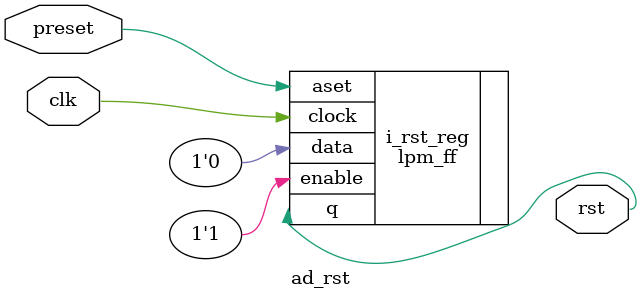
<source format=v>

`timescale 1ns/100ps

module ad_rst (

  // clock reset

  preset,
  clk,
  rst);

  // clock reset

  input           preset;
  input           clk;
  output          rst;

  // simple reset gen

  lpm_ff #(.LPM_WIDTH(1), .LPM_AVALUE(1'b1)) i_rst_reg (
    .enable (1'b1),
    .data (1'b0),
    .aset (preset),
    .clock (clk),
    .q (rst));

endmodule

// ***************************************************************************
// ***************************************************************************

</source>
